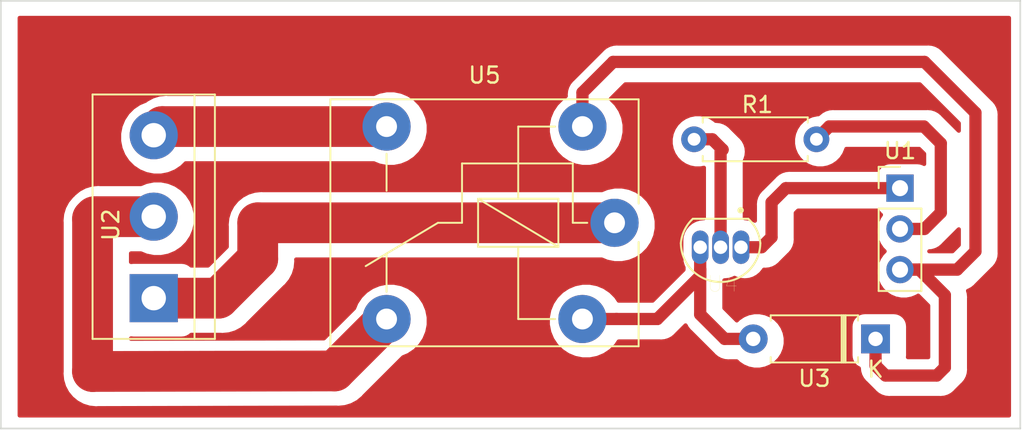
<source format=kicad_pcb>
(kicad_pcb (version 20171130) (host pcbnew "(5.1.5)-3")

  (general
    (thickness 1.6)
    (drawings 4)
    (tracks 49)
    (zones 0)
    (modules 6)
    (nets 9)
  )

  (page A4)
  (layers
    (0 F.Cu signal)
    (31 B.Cu signal hide)
    (32 B.Adhes user)
    (33 F.Adhes user)
    (34 B.Paste user)
    (35 F.Paste user)
    (36 B.SilkS user)
    (37 F.SilkS user)
    (38 B.Mask user)
    (39 F.Mask user)
    (40 Dwgs.User user)
    (41 Cmts.User user)
    (42 Eco1.User user)
    (43 Eco2.User user)
    (44 Edge.Cuts user)
    (45 Margin user)
    (46 B.CrtYd user)
    (47 F.CrtYd user)
    (48 B.Fab user)
    (49 F.Fab user)
  )

  (setup
    (last_trace_width 0.25)
    (user_trace_width 0.762)
    (user_trace_width 2.54)
    (trace_clearance 0.2)
    (zone_clearance 0.508)
    (zone_45_only no)
    (trace_min 0.2)
    (via_size 0.8)
    (via_drill 0.4)
    (via_min_size 0.4)
    (via_min_drill 0.3)
    (uvia_size 0.3)
    (uvia_drill 0.1)
    (uvias_allowed no)
    (uvia_min_size 0.2)
    (uvia_min_drill 0.1)
    (edge_width 0.05)
    (segment_width 0.2)
    (pcb_text_width 0.3)
    (pcb_text_size 1.5 1.5)
    (mod_edge_width 0.12)
    (mod_text_size 1 1)
    (mod_text_width 0.15)
    (pad_size 1.524 1.524)
    (pad_drill 0.762)
    (pad_to_mask_clearance 0.051)
    (solder_mask_min_width 0.25)
    (aux_axis_origin 0 0)
    (visible_elements 7FFFFFFF)
    (pcbplotparams
      (layerselection 0x00000_7fffffff)
      (usegerberextensions false)
      (usegerberattributes false)
      (usegerberadvancedattributes false)
      (creategerberjobfile false)
      (excludeedgelayer true)
      (linewidth 0.100000)
      (plotframeref false)
      (viasonmask false)
      (mode 1)
      (useauxorigin false)
      (hpglpennumber 1)
      (hpglpenspeed 20)
      (hpglpendiameter 15.000000)
      (psnegative false)
      (psa4output false)
      (plotreference true)
      (plotvalue true)
      (plotinvisibletext false)
      (padsonsilk false)
      (subtractmaskfromsilk false)
      (outputformat 4)
      (mirror true)
      (drillshape 2)
      (scaleselection 1)
      (outputdirectory "./"))
  )

  (net 0 "")
  (net 1 "Net-(R1-Pad2)")
  (net 2 "Net-(R1-Pad1)")
  (net 3 "Net-(U1-Pad3)")
  (net 4 "Net-(U1-Pad1)")
  (net 5 "Net-(U2-Pad3)")
  (net 6 "Net-(U2-Pad2)")
  (net 7 "Net-(U2-Pad1)")
  (net 8 "Net-(U3-Pad2)")

  (net_class Default "This is the default net class."
    (clearance 0.2)
    (trace_width 0.25)
    (via_dia 0.8)
    (via_drill 0.4)
    (uvia_dia 0.3)
    (uvia_drill 0.1)
    (add_net "Net-(R1-Pad1)")
    (add_net "Net-(R1-Pad2)")
    (add_net "Net-(U1-Pad1)")
    (add_net "Net-(U1-Pad3)")
    (add_net "Net-(U2-Pad1)")
    (add_net "Net-(U2-Pad2)")
    (add_net "Net-(U2-Pad3)")
    (add_net "Net-(U3-Pad2)")
  )

  (module Relay_THT:Relay_SPDT_Finder_36.11 (layer F.Cu) (tedit 5D3F5A07) (tstamp 5F245CEB)
    (at 127.127 101.473 180)
    (descr "FINDER 36.11, SPDT relay, 10A, https://gfinder.findernet.com/public/attachments/36/EN/S36EN.pdf")
    (tags "spdt relay")
    (path /5F24EC3E)
    (fp_text reference U5 (at 8.1 9.2) (layer F.SilkS)
      (effects (font (size 1 1) (thickness 0.15)))
    )
    (fp_text value YL303H (at 8 -9.6) (layer F.Fab)
      (effects (font (size 1 1) (thickness 0.15)))
    )
    (fp_line (start 8.5 1.5) (end 3.5 1.5) (layer F.SilkS) (width 0.12))
    (fp_line (start 8.5 -1.5) (end 8.5 1.5) (layer F.SilkS) (width 0.12))
    (fp_line (start 3.5 -1.5) (end 8.5 -1.5) (layer F.SilkS) (width 0.12))
    (fp_line (start 3.5 1.5) (end 3.5 -1.5) (layer F.SilkS) (width 0.12))
    (fp_line (start 8.5 1.5) (end 3.5 -1.5) (layer F.SilkS) (width 0.12))
    (fp_line (start 6 1.5) (end 6 6) (layer F.SilkS) (width 0.12))
    (fp_line (start 6 -6) (end 6 -1.5) (layer F.SilkS) (width 0.12))
    (fp_line (start 2.6 0) (end 2.6 3.7) (layer F.SilkS) (width 0.12))
    (fp_line (start 9.5 0) (end 9.5 3.7) (layer F.SilkS) (width 0.12))
    (fp_line (start 9.5 3.7) (end 2.6 3.7) (layer F.SilkS) (width 0.12))
    (fp_line (start 11 0) (end 15.5 -2.7) (layer F.SilkS) (width 0.12))
    (fp_line (start 9.5 0) (end 11 0) (layer F.SilkS) (width 0.12))
    (fp_line (start 6 -6) (end 3.7 -6) (layer F.SilkS) (width 0.12))
    (fp_line (start 2.6 0) (end 1.7 0) (layer F.SilkS) (width 0.12))
    (fp_line (start 3.7 6) (end 6 6) (layer F.SilkS) (width 0.12))
    (fp_line (start 14.2 -4.3) (end 14.2 -2) (layer F.SilkS) (width 0.12))
    (fp_line (start 14.2 4.3) (end 14.2 2) (layer F.SilkS) (width 0.12))
    (fp_line (start -1.75 7.85) (end 17.85 7.85) (layer F.CrtYd) (width 0.05))
    (fp_line (start 17.85 -7.85) (end 17.85 7.85) (layer F.CrtYd) (width 0.05))
    (fp_line (start -1.75 7.85) (end -1.75 -7.85) (layer F.CrtYd) (width 0.05))
    (fp_line (start 17.85 -7.85) (end -1.75 -7.85) (layer F.CrtYd) (width 0.05))
    (fp_text user %R (at 7.1 0.025) (layer F.Fab)
      (effects (font (size 1 1) (thickness 0.15)))
    )
    (fp_line (start -1.4 7.6) (end -1.4 -7.6) (layer F.Fab) (width 0.1))
    (fp_line (start 17.6 7.6) (end -1.4 7.6) (layer F.Fab) (width 0.1))
    (fp_line (start 17.6 -7.6) (end 17.6 7.6) (layer F.Fab) (width 0.1))
    (fp_line (start -1.4 -7.6) (end 17.6 -7.6) (layer F.Fab) (width 0.1))
    (fp_line (start 17.7 7.7) (end -1.5 7.7) (layer F.SilkS) (width 0.12))
    (fp_line (start 17.7 -7.7) (end 17.7 7.7) (layer F.SilkS) (width 0.12))
    (fp_line (start -1.5 -7.7) (end 17.7 -7.7) (layer F.SilkS) (width 0.12))
    (fp_line (start -1.5 -7.7) (end -1.5 -1.2) (layer F.SilkS) (width 0.12))
    (fp_line (start -1.5 1.2) (end -1.5 7.7) (layer F.SilkS) (width 0.12))
    (pad 11 thru_hole circle (at 0 0 180) (size 3 3) (drill 1.3) (layers *.Cu *.Mask)
      (net 7 "Net-(U2-Pad1)"))
    (pad A2 thru_hole circle (at 2 -6 180) (size 3 3) (drill 1.3) (layers *.Cu *.Mask)
      (net 8 "Net-(U3-Pad2)"))
    (pad 12 thru_hole circle (at 14.2 -6 180) (size 3 3) (drill 1.3) (layers *.Cu *.Mask)
      (net 6 "Net-(U2-Pad2)"))
    (pad 14 thru_hole circle (at 14.2 6 180) (size 3 3) (drill 1.3) (layers *.Cu *.Mask)
      (net 5 "Net-(U2-Pad3)"))
    (pad A1 thru_hole circle (at 2 6 180) (size 3 3) (drill 1.3) (layers *.Cu *.Mask)
      (net 3 "Net-(U1-Pad3)"))
    (model ${KISYS3DMOD}/Relay_THT.3dshapes/Relay_SPDT_Finder_36.11.wrl
      (at (xyz 0 0 0))
      (scale (xyz 1 1 1))
      (rotate (xyz 0 0 0))
    )
    (model E:/3dmodel/Relay.STEP
      (offset (xyz 8.153400000000001 0 -17.78))
      (scale (xyz 1 1 1))
      (rotate (xyz -90 0 0))
    )
  )

  (module 2N3904:2N3904 (layer F.Cu) (tedit 5F23EEA8) (tstamp 5F245CC3)
    (at 133.731 102.997 180)
    (path /5F2452DA)
    (fp_text reference U4 (at -0.127 -2.286) (layer F.SilkS)
      (effects (font (size 1 1) (thickness 0.015)))
    )
    (fp_text value 2N3904 (at 0.127 3.429) (layer F.Fab)
      (effects (font (size 1 1) (thickness 0.015)))
    )
    (fp_line (start -2.725 0.255) (end -2.725 2.025) (layer F.CrtYd) (width 0.05))
    (fp_line (start -2.725 2.025) (end 2.725 2.025) (layer F.CrtYd) (width 0.05))
    (fp_line (start 2.725 2.025) (end 2.725 0.255) (layer F.CrtYd) (width 0.05))
    (fp_circle (center -1.25 2.305) (end -1.15 2.305) (layer F.SilkS) (width 0.2))
    (fp_circle (center -1.25 2.305) (end -1.15 2.305) (layer F.Fab) (width 0.2))
    (fp_line (start -1.725 1.775) (end 1.725 1.775) (layer F.SilkS) (width 0.127))
    (fp_arc (start -0.115631 0.03587) (end -2.475 0.255) (angle -41.913) (layer F.SilkS) (width 0.127))
    (fp_arc (start -0.0275 0.2825) (end 0 -2.165) (angle -90) (layer F.SilkS) (width 0.127))
    (fp_arc (start 0.0275 0.2825) (end 2.475 0.255) (angle -90) (layer F.SilkS) (width 0.127))
    (fp_arc (start 0.115631 0.03587) (end 2.475 0.255) (angle 41.913) (layer F.SilkS) (width 0.127))
    (fp_line (start -1.725 1.775) (end 1.725 1.775) (layer F.Fab) (width 0.127))
    (fp_arc (start -0.115631 0.03587) (end -2.475 0.255) (angle -41.913) (layer F.Fab) (width 0.127))
    (fp_arc (start -0.0275 0.2825) (end 0 -2.165) (angle -90) (layer F.Fab) (width 0.127))
    (fp_arc (start 0.0275 0.2825) (end 2.475 0.255) (angle -90) (layer F.Fab) (width 0.127))
    (fp_arc (start 0.115631 0.03587) (end 2.475 0.255) (angle 41.913) (layer F.Fab) (width 0.127))
    (fp_arc (start -0.0275 0.2825) (end 0 -2.415) (angle -90) (layer F.CrtYd) (width 0.05))
    (fp_arc (start 0.0275 0.2825) (end 0 -2.415) (angle 90) (layer F.CrtYd) (width 0.05))
    (pad 1 thru_hole oval (at -1.27 0 180) (size 1.04 2.08) (drill 0.84) (layers *.Cu *.Mask)
      (net 4 "Net-(U1-Pad1)"))
    (pad 2 thru_hole oval (at 0 0 180) (size 1.04 2.08) (drill 0.84) (layers *.Cu *.Mask)
      (net 2 "Net-(R1-Pad1)"))
    (pad 3 thru_hole oval (at 1.27 0 180) (size 1.04 2.08) (drill 0.84) (layers *.Cu *.Mask)
      (net 8 "Net-(U3-Pad2)"))
    (model E:/3dmodel/NPN_2N3904.stp
      (offset (xyz 0.0254 -1.8034 -7.62))
      (scale (xyz 1 1 1))
      (rotate (xyz 0 0 0))
    )
  )

  (module Diode_THT:D_A-405_P7.62mm_Horizontal (layer F.Cu) (tedit 5AE50CD5) (tstamp 5F245CAB)
    (at 143.383 108.712 180)
    (descr "Diode, A-405 series, Axial, Horizontal, pin pitch=7.62mm, , length*diameter=5.2*2.7mm^2, , http://www.diodes.com/_files/packages/A-405.pdf")
    (tags "Diode A-405 series Axial Horizontal pin pitch 7.62mm  length 5.2mm diameter 2.7mm")
    (path /5F24B7E6)
    (fp_text reference U3 (at 3.81 -2.47) (layer F.SilkS)
      (effects (font (size 1 1) (thickness 0.15)))
    )
    (fp_text value DIODE (at 3.81 2.47) (layer F.Fab)
      (effects (font (size 1 1) (thickness 0.15)))
    )
    (fp_text user K (at 0 -1.9) (layer F.SilkS)
      (effects (font (size 1 1) (thickness 0.15)))
    )
    (fp_text user K (at 0 -1.9) (layer F.Fab)
      (effects (font (size 1 1) (thickness 0.15)))
    )
    (fp_text user %R (at 4.2 0) (layer F.Fab)
      (effects (font (size 1 1) (thickness 0.15)))
    )
    (fp_line (start 8.77 -1.6) (end -1.15 -1.6) (layer F.CrtYd) (width 0.05))
    (fp_line (start 8.77 1.6) (end 8.77 -1.6) (layer F.CrtYd) (width 0.05))
    (fp_line (start -1.15 1.6) (end 8.77 1.6) (layer F.CrtYd) (width 0.05))
    (fp_line (start -1.15 -1.6) (end -1.15 1.6) (layer F.CrtYd) (width 0.05))
    (fp_line (start 1.87 -1.47) (end 1.87 1.47) (layer F.SilkS) (width 0.12))
    (fp_line (start 2.11 -1.47) (end 2.11 1.47) (layer F.SilkS) (width 0.12))
    (fp_line (start 1.99 -1.47) (end 1.99 1.47) (layer F.SilkS) (width 0.12))
    (fp_line (start 6.53 1.47) (end 6.53 1.14) (layer F.SilkS) (width 0.12))
    (fp_line (start 1.09 1.47) (end 6.53 1.47) (layer F.SilkS) (width 0.12))
    (fp_line (start 1.09 1.14) (end 1.09 1.47) (layer F.SilkS) (width 0.12))
    (fp_line (start 6.53 -1.47) (end 6.53 -1.14) (layer F.SilkS) (width 0.12))
    (fp_line (start 1.09 -1.47) (end 6.53 -1.47) (layer F.SilkS) (width 0.12))
    (fp_line (start 1.09 -1.14) (end 1.09 -1.47) (layer F.SilkS) (width 0.12))
    (fp_line (start 1.89 -1.35) (end 1.89 1.35) (layer F.Fab) (width 0.1))
    (fp_line (start 2.09 -1.35) (end 2.09 1.35) (layer F.Fab) (width 0.1))
    (fp_line (start 1.99 -1.35) (end 1.99 1.35) (layer F.Fab) (width 0.1))
    (fp_line (start 7.62 0) (end 6.41 0) (layer F.Fab) (width 0.1))
    (fp_line (start 0 0) (end 1.21 0) (layer F.Fab) (width 0.1))
    (fp_line (start 6.41 -1.35) (end 1.21 -1.35) (layer F.Fab) (width 0.1))
    (fp_line (start 6.41 1.35) (end 6.41 -1.35) (layer F.Fab) (width 0.1))
    (fp_line (start 1.21 1.35) (end 6.41 1.35) (layer F.Fab) (width 0.1))
    (fp_line (start 1.21 -1.35) (end 1.21 1.35) (layer F.Fab) (width 0.1))
    (pad 2 thru_hole oval (at 7.62 0 180) (size 1.8 1.8) (drill 0.9) (layers *.Cu *.Mask)
      (net 8 "Net-(U3-Pad2)"))
    (pad 1 thru_hole rect (at 0 0 180) (size 1.8 1.8) (drill 0.9) (layers *.Cu *.Mask)
      (net 3 "Net-(U1-Pad3)"))
    (model ${KISYS3DMOD}/Diode_THT.3dshapes/D_A-405_P7.62mm_Horizontal.wrl
      (offset (xyz 0 0 -1.3208))
      (scale (xyz 1 1 1))
      (rotate (xyz 180 0 0))
    )
  )

  (module TerminalBlock:TerminalBlock_bornier-3_P5.08mm (layer F.Cu) (tedit 59FF03B9) (tstamp 5F245C8C)
    (at 98.425 106.172 90)
    (descr "simple 3-pin terminal block, pitch 5.08mm, revamped version of bornier3")
    (tags "terminal block bornier3")
    (path /5F2367B1)
    (fp_text reference U2 (at 4.572 -2.667 90) (layer F.SilkS)
      (effects (font (size 1 1) (thickness 0.15)))
    )
    (fp_text value OUTPUT_BLOCK (at 5.715 2.921 90) (layer F.Fab)
      (effects (font (size 1 1) (thickness 0.15)))
    )
    (fp_line (start 12.88 4) (end -2.72 4) (layer F.CrtYd) (width 0.05))
    (fp_line (start 12.88 4) (end 12.88 -4) (layer F.CrtYd) (width 0.05))
    (fp_line (start -2.72 -4) (end -2.72 4) (layer F.CrtYd) (width 0.05))
    (fp_line (start -2.72 -4) (end 12.88 -4) (layer F.CrtYd) (width 0.05))
    (fp_line (start -2.54 3.81) (end 12.7 3.81) (layer F.SilkS) (width 0.12))
    (fp_line (start -2.54 -3.81) (end 12.7 -3.81) (layer F.SilkS) (width 0.12))
    (fp_line (start -2.54 2.54) (end 12.7 2.54) (layer F.SilkS) (width 0.12))
    (fp_line (start 12.7 3.81) (end 12.7 -3.81) (layer F.SilkS) (width 0.12))
    (fp_line (start -2.54 3.81) (end -2.54 -3.81) (layer F.SilkS) (width 0.12))
    (fp_line (start -2.47 3.75) (end -2.47 -3.75) (layer F.Fab) (width 0.1))
    (fp_line (start 12.63 3.75) (end -2.47 3.75) (layer F.Fab) (width 0.1))
    (fp_line (start 12.63 -3.75) (end 12.63 3.75) (layer F.Fab) (width 0.1))
    (fp_line (start -2.47 -3.75) (end 12.63 -3.75) (layer F.Fab) (width 0.1))
    (fp_line (start -2.47 2.55) (end 12.63 2.55) (layer F.Fab) (width 0.1))
    (fp_text user %R (at 5.08 0 90) (layer F.Fab)
      (effects (font (size 1 1) (thickness 0.15)))
    )
    (pad 3 thru_hole circle (at 10.16 0 90) (size 3 3) (drill 1.52) (layers *.Cu *.Mask)
      (net 5 "Net-(U2-Pad3)"))
    (pad 2 thru_hole circle (at 5.08 0 90) (size 3 3) (drill 1.52) (layers *.Cu *.Mask)
      (net 6 "Net-(U2-Pad2)"))
    (pad 1 thru_hole rect (at 0 0 90) (size 3 3) (drill 1.52) (layers *.Cu *.Mask)
      (net 7 "Net-(U2-Pad1)"))
    (model ${KISYS3DMOD}/TerminalBlock.3dshapes/TerminalBlock_bornier-3_P5.08mm.wrl
      (offset (xyz 5.079999923706055 0 0))
      (scale (xyz 1 1 1))
      (rotate (xyz 0 0 0))
    )
    (model "E:/3dmodel/TBLOCK-3PIN-5mm pitch.STEP"
      (offset (xyz 4.419599999999999 -2.6924 -5.969))
      (scale (xyz 1 1 1))
      (rotate (xyz 90 0 -90))
    )
  )

  (module Connector_PinHeader_2.54mm:PinHeader_1x03_P2.54mm_Vertical (layer F.Cu) (tedit 59FED5CC) (tstamp 5F245C76)
    (at 144.907 99.314)
    (descr "Through hole straight pin header, 1x03, 2.54mm pitch, single row")
    (tags "Through hole pin header THT 1x03 2.54mm single row")
    (path /5F24996D)
    (fp_text reference U1 (at 0 -2.33) (layer F.SilkS)
      (effects (font (size 1 1) (thickness 0.15)))
    )
    (fp_text value INPUT_BLOCK (at 0 7.41) (layer F.Fab)
      (effects (font (size 1 1) (thickness 0.15)))
    )
    (fp_text user %R (at 0 2.54 90) (layer F.Fab)
      (effects (font (size 1 1) (thickness 0.15)))
    )
    (fp_line (start 1.8 -1.8) (end -1.8 -1.8) (layer F.CrtYd) (width 0.05))
    (fp_line (start 1.8 6.85) (end 1.8 -1.8) (layer F.CrtYd) (width 0.05))
    (fp_line (start -1.8 6.85) (end 1.8 6.85) (layer F.CrtYd) (width 0.05))
    (fp_line (start -1.8 -1.8) (end -1.8 6.85) (layer F.CrtYd) (width 0.05))
    (fp_line (start -1.33 -1.33) (end 0 -1.33) (layer F.SilkS) (width 0.12))
    (fp_line (start -1.33 0) (end -1.33 -1.33) (layer F.SilkS) (width 0.12))
    (fp_line (start -1.33 1.27) (end 1.33 1.27) (layer F.SilkS) (width 0.12))
    (fp_line (start 1.33 1.27) (end 1.33 6.41) (layer F.SilkS) (width 0.12))
    (fp_line (start -1.33 1.27) (end -1.33 6.41) (layer F.SilkS) (width 0.12))
    (fp_line (start -1.33 6.41) (end 1.33 6.41) (layer F.SilkS) (width 0.12))
    (fp_line (start -1.27 -0.635) (end -0.635 -1.27) (layer F.Fab) (width 0.1))
    (fp_line (start -1.27 6.35) (end -1.27 -0.635) (layer F.Fab) (width 0.1))
    (fp_line (start 1.27 6.35) (end -1.27 6.35) (layer F.Fab) (width 0.1))
    (fp_line (start 1.27 -1.27) (end 1.27 6.35) (layer F.Fab) (width 0.1))
    (fp_line (start -0.635 -1.27) (end 1.27 -1.27) (layer F.Fab) (width 0.1))
    (pad 3 thru_hole oval (at 0 5.08) (size 1.7 1.7) (drill 1) (layers *.Cu *.Mask)
      (net 3 "Net-(U1-Pad3)"))
    (pad 2 thru_hole oval (at 0 2.54) (size 1.7 1.7) (drill 1) (layers *.Cu *.Mask)
      (net 1 "Net-(R1-Pad2)"))
    (pad 1 thru_hole rect (at 0 0) (size 1.7 1.7) (drill 1) (layers *.Cu *.Mask)
      (net 4 "Net-(U1-Pad1)"))
    (model ${KISYS3DMOD}/Connector_PinHeader_2.54mm.3dshapes/PinHeader_1x03_P2.54mm_Vertical.wrl
      (offset (xyz 0 0 -1.778))
      (scale (xyz 1 1 1))
      (rotate (xyz 0 180 0))
    )
  )

  (module Resistor_THT:R_Axial_DIN0207_L6.3mm_D2.5mm_P7.62mm_Horizontal (layer F.Cu) (tedit 5AE5139B) (tstamp 5F245C5F)
    (at 132.08 96.266)
    (descr "Resistor, Axial_DIN0207 series, Axial, Horizontal, pin pitch=7.62mm, 0.25W = 1/4W, length*diameter=6.3*2.5mm^2, http://cdn-reichelt.de/documents/datenblatt/B400/1_4W%23YAG.pdf")
    (tags "Resistor Axial_DIN0207 series Axial Horizontal pin pitch 7.62mm 0.25W = 1/4W length 6.3mm diameter 2.5mm")
    (path /5F2241A4)
    (fp_text reference R1 (at 3.937 -2.159) (layer F.SilkS)
      (effects (font (size 1 1) (thickness 0.15)))
    )
    (fp_text value 1k (at 3.81 2.37) (layer F.Fab)
      (effects (font (size 1 1) (thickness 0.15)))
    )
    (fp_text user %R (at 3.81 0) (layer F.Fab)
      (effects (font (size 1 1) (thickness 0.15)))
    )
    (fp_line (start 8.67 -1.5) (end -1.05 -1.5) (layer F.CrtYd) (width 0.05))
    (fp_line (start 8.67 1.5) (end 8.67 -1.5) (layer F.CrtYd) (width 0.05))
    (fp_line (start -1.05 1.5) (end 8.67 1.5) (layer F.CrtYd) (width 0.05))
    (fp_line (start -1.05 -1.5) (end -1.05 1.5) (layer F.CrtYd) (width 0.05))
    (fp_line (start 7.08 1.37) (end 7.08 1.04) (layer F.SilkS) (width 0.12))
    (fp_line (start 0.54 1.37) (end 7.08 1.37) (layer F.SilkS) (width 0.12))
    (fp_line (start 0.54 1.04) (end 0.54 1.37) (layer F.SilkS) (width 0.12))
    (fp_line (start 7.08 -1.37) (end 7.08 -1.04) (layer F.SilkS) (width 0.12))
    (fp_line (start 0.54 -1.37) (end 7.08 -1.37) (layer F.SilkS) (width 0.12))
    (fp_line (start 0.54 -1.04) (end 0.54 -1.37) (layer F.SilkS) (width 0.12))
    (fp_line (start 7.62 0) (end 6.96 0) (layer F.Fab) (width 0.1))
    (fp_line (start 0 0) (end 0.66 0) (layer F.Fab) (width 0.1))
    (fp_line (start 6.96 -1.25) (end 0.66 -1.25) (layer F.Fab) (width 0.1))
    (fp_line (start 6.96 1.25) (end 6.96 -1.25) (layer F.Fab) (width 0.1))
    (fp_line (start 0.66 1.25) (end 6.96 1.25) (layer F.Fab) (width 0.1))
    (fp_line (start 0.66 -1.25) (end 0.66 1.25) (layer F.Fab) (width 0.1))
    (pad 2 thru_hole oval (at 7.62 0) (size 1.6 1.6) (drill 0.8) (layers *.Cu *.Mask)
      (net 1 "Net-(R1-Pad2)"))
    (pad 1 thru_hole circle (at 0 0) (size 1.6 1.6) (drill 0.8) (layers *.Cu *.Mask)
      (net 2 "Net-(R1-Pad1)"))
    (model ${KISYS3DMOD}/Resistor_THT.3dshapes/R_Axial_DIN0207_L6.3mm_D2.5mm_P7.62mm_Horizontal.wrl
      (offset (xyz 0 0 -1.778))
      (scale (xyz 1 1 1))
      (rotate (xyz -180 0 0))
    )
  )

  (gr_line (start 88.9 87.63) (end 152.4 87.63) (layer Edge.Cuts) (width 0.1))
  (gr_line (start 152.4 87.63) (end 152.4 114.3) (layer Edge.Cuts) (width 0.1))
  (gr_line (start 88.9 114.3) (end 88.9 87.63) (layer Edge.Cuts) (width 0.1))
  (gr_line (start 152.4 114.3) (end 88.9 114.3) (layer Edge.Cuts) (width 0.1))

  (segment (start 140.499999 95.466001) (end 146.393001 95.466001) (width 0.762) (layer F.Cu) (net 1))
  (segment (start 139.7 96.266) (end 140.499999 95.466001) (width 0.762) (layer F.Cu) (net 1))
  (segment (start 146.393001 95.466001) (end 147.447 96.52) (width 0.762) (layer F.Cu) (net 1))
  (segment (start 147.447 96.52) (end 147.447 100.838) (width 0.762) (layer F.Cu) (net 1))
  (segment (start 146.431 101.854) (end 144.907 101.854) (width 0.762) (layer F.Cu) (net 1))
  (segment (start 147.447 100.838) (end 146.431 101.854) (width 0.762) (layer F.Cu) (net 1))
  (segment (start 133.21137 96.266) (end 133.858 96.91263) (width 0.762) (layer F.Cu) (net 2))
  (segment (start 132.08 96.266) (end 133.21137 96.266) (width 0.762) (layer F.Cu) (net 2))
  (segment (start 133.731 97.03963) (end 133.731 102.997) (width 0.762) (layer F.Cu) (net 2))
  (segment (start 133.858 96.91263) (end 133.731 97.03963) (width 0.762) (layer F.Cu) (net 2))
  (segment (start 143.383 110.374) (end 143.383 108.712) (width 0.762) (layer F.Cu) (net 3))
  (segment (start 144.007 110.998) (end 143.383 110.374) (width 0.762) (layer F.Cu) (net 3))
  (segment (start 144.907 104.394) (end 146.109081 104.394) (width 0.762) (layer F.Cu) (net 3))
  (segment (start 147.701 110.49) (end 147.193 110.998) (width 0.762) (layer F.Cu) (net 3))
  (segment (start 146.109081 104.394) (end 147.701 105.985919) (width 0.762) (layer F.Cu) (net 3))
  (segment (start 147.701 105.985919) (end 147.701 110.49) (width 0.762) (layer F.Cu) (net 3))
  (segment (start 147.193 110.998) (end 144.007 110.998) (width 0.762) (layer F.Cu) (net 3))
  (segment (start 148.463 104.394) (end 144.907 104.394) (width 0.762) (layer F.Cu) (net 3))
  (segment (start 149.606 103.251) (end 148.463 104.394) (width 0.762) (layer F.Cu) (net 3))
  (segment (start 125.127 93.35168) (end 127.03868 91.44) (width 0.762) (layer F.Cu) (net 3))
  (segment (start 149.606 94.615) (end 149.606 103.251) (width 0.762) (layer F.Cu) (net 3))
  (segment (start 125.127 95.473) (end 125.127 93.35168) (width 0.762) (layer F.Cu) (net 3))
  (segment (start 127.03868 91.44) (end 146.431 91.44) (width 0.762) (layer F.Cu) (net 3))
  (segment (start 146.431 91.44) (end 149.606 94.615) (width 0.762) (layer F.Cu) (net 3))
  (segment (start 136.283 102.997) (end 136.906 102.374) (width 0.762) (layer F.Cu) (net 4))
  (segment (start 135.001 102.997) (end 136.283 102.997) (width 0.762) (layer F.Cu) (net 4))
  (segment (start 136.906 102.374) (end 136.906 100.203) (width 0.762) (layer F.Cu) (net 4))
  (segment (start 137.795 99.314) (end 144.907 99.314) (width 0.762) (layer F.Cu) (net 4))
  (segment (start 136.906 100.203) (end 137.795 99.314) (width 0.762) (layer F.Cu) (net 4))
  (segment (start 98.964 95.473) (end 98.425 96.012) (width 2.54) (layer F.Cu) (net 5))
  (segment (start 112.927 95.473) (end 98.964 95.473) (width 2.54) (layer F.Cu) (net 5))
  (segment (start 98.425 101.092) (end 94.742 101.092) (width 2.54) (layer F.Cu) (net 6))
  (segment (start 94.615 110.744) (end 94.615086 110.744087) (width 2.54) (layer F.Cu) (net 6))
  (segment (start 94.742 101.092) (end 94.615 101.219) (width 2.54) (layer F.Cu) (net 6))
  (segment (start 94.615 101.219) (end 94.615 110.744) (width 2.54) (layer F.Cu) (net 6))
  (segment (start 109.688969 110.711031) (end 112.927 107.473) (width 2.54) (layer F.Cu) (net 6))
  (segment (start 94.615086 110.744087) (end 109.688969 110.711031) (width 2.54) (layer F.Cu) (net 6))
  (segment (start 127.127 101.473) (end 104.902 101.473) (width 2.54) (layer F.Cu) (net 7))
  (segment (start 102.465 106.172) (end 98.425 106.172) (width 2.54) (layer F.Cu) (net 7))
  (segment (start 104.902 103.735) (end 102.465 106.172) (width 2.54) (layer F.Cu) (net 7))
  (segment (start 104.902 101.473) (end 104.902 103.735) (width 2.54) (layer F.Cu) (net 7))
  (segment (start 127.24832 107.473) (end 125.127 107.473) (width 0.762) (layer F.Cu) (net 8))
  (segment (start 129.787 107.473) (end 127.24832 107.473) (width 0.762) (layer F.Cu) (net 8))
  (segment (start 132.461 104.799) (end 129.787 107.473) (width 0.762) (layer F.Cu) (net 8))
  (segment (start 132.461 104.394) (end 132.461 107.188) (width 0.762) (layer F.Cu) (net 8))
  (segment (start 132.461 104.394) (end 132.461 104.799) (width 0.762) (layer F.Cu) (net 8))
  (segment (start 132.461 102.997) (end 132.461 104.394) (width 0.762) (layer F.Cu) (net 8))
  (segment (start 133.985 108.712) (end 135.763 108.712) (width 0.762) (layer F.Cu) (net 8))
  (segment (start 132.461 107.188) (end 133.985 108.712) (width 0.762) (layer F.Cu) (net 8))

  (zone (net 0) (net_name "") (layer F.Cu) (tstamp 5F246D3B) (hatch edge 0.508)
    (connect_pads (clearance 0.762))
    (min_thickness 0.254)
    (fill yes (arc_segments 32) (thermal_gap 0.762) (thermal_bridge_width 0.508))
    (polygon
      (pts
        (xy 152.634693 114.427) (xy 89.134693 114.427) (xy 89.134693 87.757) (xy 152.634693 87.757)
      )
    )
    (filled_polygon
      (pts
        (xy 151.695694 113.488) (xy 90.073693 113.488) (xy 90.073693 101.346) (xy 92.680247 101.346) (xy 92.690693 101.452058)
        (xy 92.690694 110.758683) (xy 92.680284 110.858461) (xy 92.681132 110.86761) (xy 92.680339 110.875844) (xy 92.697896 111.050182)
        (xy 92.700476 111.076379) (xy 92.719522 111.281931) (xy 92.721316 111.287969) (xy 92.721933 111.294238) (xy 92.722742 111.296905)
        (xy 92.722952 111.29899) (xy 92.776863 111.475318) (xy 92.781842 111.49173) (xy 92.840621 111.689611) (xy 92.843559 111.695185)
        (xy 92.845387 111.701211) (xy 92.846652 111.703577) (xy 92.847298 111.705691) (xy 92.939338 111.87698) (xy 92.942633 111.883146)
        (xy 93.038928 112.065833) (xy 93.042899 112.070729) (xy 93.045866 112.07628) (xy 93.047496 112.078266) (xy 93.048599 112.080319)
        (xy 93.177402 112.236567) (xy 93.239689 112.313364) (xy 93.244087 112.317813) (xy 93.315664 112.40503) (xy 93.317554 112.406581)
        (xy 93.319117 112.408477) (xy 93.477111 112.53756) (xy 93.634093 112.667918) (xy 93.639691 112.670952) (xy 93.644414 112.674828)
        (xy 93.646464 112.675924) (xy 93.648458 112.677553) (xy 93.828542 112.773303) (xy 94.007996 112.870561) (xy 94.014196 112.872481)
        (xy 94.019483 112.875307) (xy 94.021592 112.875947) (xy 94.023966 112.877209) (xy 94.219377 112.936019) (xy 94.41425 112.996365)
        (xy 94.420816 112.99705) (xy 94.426456 112.998761) (xy 94.428533 112.998966) (xy 94.431209 112.999771) (xy 94.634386 113.019332)
        (xy 94.837239 113.040496) (xy 94.843918 113.039877) (xy 94.849693 113.040446) (xy 94.957214 113.029856) (xy 109.819963 112.997263)
        (xy 109.923662 113.007477) (xy 110.032084 112.996798) (xy 110.034457 112.996793) (xy 110.13769 112.986397) (xy 110.346899 112.965791)
        (xy 110.349185 112.965098) (xy 110.351564 112.964858) (xy 110.552768 112.903342) (xy 110.753873 112.842337) (xy 110.755979 112.841211)
        (xy 110.758266 112.840512) (xy 110.943461 112.741) (xy 111.128941 112.641859) (xy 111.13079 112.640342) (xy 111.132894 112.639211)
        (xy 111.29515 112.505454) (xy 111.375309 112.43967) (xy 111.376986 112.437993) (xy 111.461052 112.368693) (xy 111.52698 112.287999)
        (xy 113.959684 109.855296) (xy 114.293309 109.717104) (xy 114.684592 109.455657) (xy 115.01735 109.122899) (xy 115.278797 108.731616)
        (xy 115.458885 108.296845) (xy 115.550693 107.835296) (xy 115.550693 107.364704) (xy 115.458885 106.903155) (xy 115.278797 106.468384)
        (xy 115.01735 106.077101) (xy 114.684592 105.744343) (xy 114.293309 105.482896) (xy 113.858538 105.302808) (xy 113.396989 105.211)
        (xy 112.926397 105.211) (xy 112.464848 105.302808) (xy 112.030077 105.482896) (xy 111.638794 105.744343) (xy 111.306036 106.077101)
        (xy 111.044589 106.468384) (xy 110.906397 106.802009) (xy 109.027415 108.680992) (xy 97.008693 108.707348) (xy 97.008693 108.677428)
        (xy 97.159693 108.692301) (xy 100.159693 108.692301) (xy 100.333967 108.675136) (xy 100.501544 108.624303) (xy 100.655984 108.541753)
        (xy 100.758037 108.458) (xy 102.593635 108.458) (xy 102.699693 108.468446) (xy 102.805751 108.458) (xy 102.805754 108.458)
        (xy 103.122931 108.426761) (xy 103.529904 108.303307) (xy 103.904973 108.102828) (xy 104.233723 107.83303) (xy 104.301337 107.750642)
        (xy 106.58834 105.46364) (xy 106.670723 105.39603) (xy 106.822573 105.211) (xy 106.940521 105.067281) (xy 107.08392 104.799)
        (xy 107.141 104.692211) (xy 107.264454 104.285238) (xy 107.295693 103.968061) (xy 107.295693 103.968051) (xy 107.306138 103.862001)
        (xy 107.295993 103.759) (xy 126.331223 103.759) (xy 126.664848 103.897192) (xy 127.126397 103.989) (xy 127.596989 103.989)
        (xy 128.058538 103.897192) (xy 128.493309 103.717104) (xy 128.884592 103.455657) (xy 129.21735 103.122899) (xy 129.478797 102.731616)
        (xy 129.658885 102.296845) (xy 129.750693 101.835296) (xy 129.750693 101.364704) (xy 129.658885 100.903155) (xy 129.478797 100.468384)
        (xy 129.21735 100.077101) (xy 128.884592 99.744343) (xy 128.493309 99.482896) (xy 128.058538 99.302808) (xy 127.596989 99.211)
        (xy 127.126397 99.211) (xy 126.664848 99.302808) (xy 126.331223 99.441) (xy 105.242754 99.441) (xy 105.136693 99.430554)
        (xy 105.030632 99.441) (xy 104.713455 99.472239) (xy 104.306482 99.595693) (xy 103.931413 99.796172) (xy 103.602663 100.06597)
        (xy 103.332865 100.39472) (xy 103.132386 100.769789) (xy 103.008932 101.176762) (xy 102.967247 101.6) (xy 102.977693 101.706061)
        (xy 102.977693 102.967713) (xy 101.805407 104.14) (xy 100.758037 104.14) (xy 100.655984 104.056247) (xy 100.501544 103.973697)
        (xy 100.333967 103.922864) (xy 100.159693 103.905699) (xy 97.159693 103.905699) (xy 97.008693 103.920572) (xy 97.008693 103.378)
        (xy 97.629223 103.378) (xy 97.962848 103.516192) (xy 98.424397 103.608) (xy 98.894989 103.608) (xy 99.356538 103.516192)
        (xy 99.791309 103.336104) (xy 100.182592 103.074657) (xy 100.51535 102.741899) (xy 100.776797 102.350616) (xy 100.956885 101.915845)
        (xy 101.048693 101.454296) (xy 101.048693 100.983704) (xy 100.956885 100.522155) (xy 100.776797 100.087384) (xy 100.51535 99.696101)
        (xy 100.182592 99.363343) (xy 99.791309 99.101896) (xy 99.356538 98.921808) (xy 98.894989 98.83) (xy 98.424397 98.83)
        (xy 97.962848 98.921808) (xy 97.629223 99.06) (xy 95.082743 99.06) (xy 94.976692 99.049555) (xy 94.870642 99.06)
        (xy 94.870632 99.06) (xy 94.553455 99.091239) (xy 94.146482 99.214693) (xy 93.771413 99.415172) (xy 93.442663 99.68497)
        (xy 93.385417 99.754724) (xy 93.315663 99.81197) (xy 93.045865 100.14072) (xy 92.845386 100.51579) (xy 92.721932 100.922763)
        (xy 92.692179 101.224857) (xy 92.680247 101.346) (xy 90.073693 101.346) (xy 90.073693 95.903704) (xy 96.270693 95.903704)
        (xy 96.270693 96.374296) (xy 96.362501 96.835845) (xy 96.542589 97.270616) (xy 96.804036 97.661899) (xy 97.136794 97.994657)
        (xy 97.528077 98.256104) (xy 97.962848 98.436192) (xy 98.424397 98.528) (xy 98.894989 98.528) (xy 99.356538 98.436192)
        (xy 99.791309 98.256104) (xy 100.182592 97.994657) (xy 100.418249 97.759) (xy 112.131223 97.759) (xy 112.464848 97.897192)
        (xy 112.926397 97.989) (xy 113.396989 97.989) (xy 113.858538 97.897192) (xy 114.293309 97.717104) (xy 114.684592 97.455657)
        (xy 115.01735 97.122899) (xy 115.278797 96.731616) (xy 115.458885 96.296845) (xy 115.550693 95.835296) (xy 115.550693 95.364704)
        (xy 122.972693 95.364704) (xy 122.972693 95.835296) (xy 123.064501 96.296845) (xy 123.244589 96.731616) (xy 123.506036 97.122899)
        (xy 123.838794 97.455657) (xy 124.230077 97.717104) (xy 124.664848 97.897192) (xy 125.126397 97.989) (xy 125.596989 97.989)
        (xy 126.058538 97.897192) (xy 126.493309 97.717104) (xy 126.884592 97.455657) (xy 127.21735 97.122899) (xy 127.478797 96.731616)
        (xy 127.658885 96.296845) (xy 127.750693 95.835296) (xy 127.750693 95.364704) (xy 127.658885 94.903155) (xy 127.478797 94.468384)
        (xy 127.21735 94.077101) (xy 126.888336 93.748087) (xy 127.799425 92.837) (xy 146.139643 92.837) (xy 148.570693 95.268051)
        (xy 148.570693 95.733658) (xy 148.535613 95.704868) (xy 147.569835 94.739091) (xy 147.530064 94.690631) (xy 147.336682 94.531926)
        (xy 147.116053 94.413998) (xy 146.876657 94.341378) (xy 146.690074 94.323001) (xy 146.690067 94.323001) (xy 146.627694 94.316858)
        (xy 146.565321 94.323001) (xy 140.797064 94.323001) (xy 140.734691 94.316858) (xy 140.672318 94.323001) (xy 140.672312 94.323001)
        (xy 140.511447 94.338845) (xy 140.485728 94.341378) (xy 140.413108 94.363407) (xy 140.246333 94.413998) (xy 140.025704 94.531926)
        (xy 139.832322 94.690631) (xy 139.82135 94.704) (xy 139.768341 94.704) (xy 139.44203 94.768908) (xy 139.134652 94.896228)
        (xy 138.858018 95.081068) (xy 138.622761 95.316325) (xy 138.437921 95.592959) (xy 138.310601 95.900337) (xy 138.245693 96.226648)
        (xy 138.245693 96.559352) (xy 138.310601 96.885663) (xy 138.437921 97.193041) (xy 138.622761 97.469675) (xy 138.858018 97.704932)
        (xy 139.134652 97.889772) (xy 139.44203 98.017092) (xy 139.768341 98.082) (xy 140.101045 98.082) (xy 140.427356 98.017092)
        (xy 140.734734 97.889772) (xy 141.011368 97.704932) (xy 141.246625 97.469675) (xy 141.431465 97.193041) (xy 141.558785 96.885663)
        (xy 141.563293 96.863001) (xy 146.101643 96.863001) (xy 146.411693 97.173051) (xy 146.411693 97.807469) (xy 146.333544 97.765697)
        (xy 146.165967 97.714864) (xy 145.991693 97.697699) (xy 144.291693 97.697699) (xy 144.117419 97.714864) (xy 143.949842 97.765697)
        (xy 143.795402 97.848247) (xy 143.660034 97.959341) (xy 143.54894 98.094709) (xy 143.508162 98.171) (xy 138.092066 98.171)
        (xy 138.029693 98.164857) (xy 137.96732 98.171) (xy 137.967313 98.171) (xy 137.80404 98.187081) (xy 137.780729 98.189377)
        (xy 137.583688 98.249149) (xy 137.541334 98.261997) (xy 137.320705 98.379925) (xy 137.252144 98.436192) (xy 137.175776 98.498865)
        (xy 137.175773 98.498868) (xy 137.127323 98.53863) (xy 137.08756 98.587081) (xy 136.286779 99.387864) (xy 136.238324 99.42763)
        (xy 136.079619 99.621012) (xy 136.030249 99.713377) (xy 135.961691 99.841641) (xy 135.88907 100.081037) (xy 135.86455 100.33)
        (xy 135.870694 100.392382) (xy 135.870694 101.345767) (xy 135.777503 101.295956) (xy 135.511905 101.215388) (xy 135.235693 101.188183)
        (xy 135.235693 97.595345) (xy 135.271696 97.527989) (xy 135.344316 97.288593) (xy 135.362472 97.10425) (xy 135.368836 97.039631)
        (xy 135.368836 97.03963) (xy 135.344316 96.790666) (xy 135.271696 96.551271) (xy 135.153767 96.330643) (xy 135.034827 96.185714)
        (xy 135.034824 96.185711) (xy 134.995062 96.137261) (xy 134.946612 96.097499) (xy 134.388204 95.539091) (xy 134.348433 95.49063)
        (xy 134.155051 95.331925) (xy 133.934422 95.213997) (xy 133.695026 95.141377) (xy 133.508443 95.123) (xy 133.508436 95.123)
        (xy 133.446063 95.116857) (xy 133.428852 95.118552) (xy 133.391368 95.081068) (xy 133.114734 94.896228) (xy 132.807356 94.768908)
        (xy 132.481045 94.704) (xy 132.148341 94.704) (xy 131.82203 94.768908) (xy 131.514652 94.896228) (xy 131.238018 95.081068)
        (xy 131.002761 95.316325) (xy 130.817921 95.592959) (xy 130.690601 95.900337) (xy 130.625693 96.226648) (xy 130.625693 96.559352)
        (xy 130.690601 96.885663) (xy 130.817921 97.193041) (xy 131.002761 97.469675) (xy 131.238018 97.704932) (xy 131.514652 97.889772)
        (xy 131.82203 98.017092) (xy 132.148341 98.082) (xy 132.481045 98.082) (xy 132.695693 98.039303) (xy 132.695694 101.188183)
        (xy 132.695693 101.188183) (xy 132.419482 101.215388) (xy 132.153884 101.295956) (xy 131.909108 101.426791) (xy 131.69456 101.602866)
        (xy 131.518484 101.817414) (xy 131.387649 102.06219) (xy 131.307081 102.327788) (xy 131.286693 102.534787) (xy 131.286693 103.713212)
        (xy 131.307081 103.920211) (xy 131.387649 104.185809) (xy 131.425693 104.256985) (xy 131.425693 104.399949) (xy 129.495643 106.33)
        (xy 127.386332 106.33) (xy 127.21735 106.077101) (xy 126.884592 105.744343) (xy 126.493309 105.482896) (xy 126.058538 105.302808)
        (xy 125.596989 105.211) (xy 125.126397 105.211) (xy 124.664848 105.302808) (xy 124.230077 105.482896) (xy 123.838794 105.744343)
        (xy 123.506036 106.077101) (xy 123.244589 106.468384) (xy 123.064501 106.903155) (xy 122.972693 107.364704) (xy 122.972693 107.835296)
        (xy 123.064501 108.296845) (xy 123.244589 108.731616) (xy 123.506036 109.122899) (xy 123.838794 109.455657) (xy 124.230077 109.717104)
        (xy 124.664848 109.897192) (xy 125.126397 109.989) (xy 125.596989 109.989) (xy 126.058538 109.897192) (xy 126.493309 109.717104)
        (xy 126.884592 109.455657) (xy 127.21735 109.122899) (xy 127.386332 108.87) (xy 129.95932 108.87) (xy 130.021693 108.876143)
        (xy 130.084066 108.87) (xy 130.084073 108.87) (xy 130.270656 108.851623) (xy 130.510052 108.779003) (xy 130.730681 108.661075)
        (xy 130.924063 108.50237) (xy 130.963834 108.453909) (xy 131.55072 107.867023) (xy 131.634619 108.023988) (xy 131.793324 108.21737)
        (xy 131.841779 108.257136) (xy 133.277556 109.692914) (xy 133.317323 109.74137) (xy 133.510705 109.900075) (xy 133.731334 110.018003)
        (xy 133.882719 110.063925) (xy 133.970729 110.090623) (xy 133.996448 110.093156) (xy 134.157313 110.109) (xy 134.157319 110.109)
        (xy 134.219692 110.115143) (xy 134.282065 110.109) (xy 134.737665 110.109) (xy 134.857272 110.228607) (xy 135.150284 110.424391)
        (xy 135.475861 110.55925) (xy 135.821492 110.628) (xy 136.173894 110.628) (xy 136.519525 110.55925) (xy 136.845102 110.424391)
        (xy 137.138114 110.228607) (xy 137.3873 109.979421) (xy 137.583084 109.686409) (xy 137.717943 109.360832) (xy 137.786693 109.015201)
        (xy 137.786693 108.662799) (xy 137.717943 108.317168) (xy 137.583084 107.991591) (xy 137.3873 107.698579) (xy 137.138114 107.449393)
        (xy 136.845102 107.253609) (xy 136.519525 107.11875) (xy 136.173894 107.05) (xy 135.821492 107.05) (xy 135.475861 107.11875)
        (xy 135.150284 107.253609) (xy 134.857272 107.449393) (xy 134.741704 107.564961) (xy 133.965693 106.78895) (xy 133.965693 105.059817)
        (xy 134.241904 105.032612) (xy 134.507502 104.952044) (xy 134.600693 104.902233) (xy 134.693883 104.952044) (xy 134.959481 105.032612)
        (xy 135.235693 105.059817) (xy 135.511904 105.032612) (xy 135.777502 104.952044) (xy 136.022278 104.821209) (xy 136.236826 104.645134)
        (xy 136.412902 104.430586) (xy 136.432458 104.394) (xy 136.45532 104.394) (xy 136.517693 104.400143) (xy 136.580066 104.394)
        (xy 136.580073 104.394) (xy 136.766656 104.375623) (xy 137.006052 104.303003) (xy 137.226681 104.185075) (xy 137.420063 104.02637)
        (xy 137.459834 103.977909) (xy 137.994603 103.44314) (xy 138.043063 103.40337) (xy 138.201768 103.209988) (xy 138.319696 102.989359)
        (xy 138.392316 102.749963) (xy 138.410693 102.56338) (xy 138.410693 102.563374) (xy 138.416836 102.501001) (xy 138.410693 102.438628)
        (xy 138.410693 100.856051) (xy 138.555744 100.711) (xy 143.508162 100.711) (xy 143.54894 100.787291) (xy 143.660034 100.922659)
        (xy 143.722902 100.974254) (xy 143.600611 101.157275) (xy 143.469522 101.473752) (xy 143.402693 101.809723) (xy 143.402693 102.152277)
        (xy 143.469522 102.488248) (xy 143.600611 102.804725) (xy 143.790924 103.089548) (xy 143.952376 103.251) (xy 143.790924 103.412452)
        (xy 143.600611 103.697275) (xy 143.469522 104.013752) (xy 143.402693 104.349723) (xy 143.402693 104.692277) (xy 143.469522 105.028248)
        (xy 143.600611 105.344725) (xy 143.790924 105.629548) (xy 144.033145 105.871769) (xy 144.317968 106.062082) (xy 144.634445 106.193171)
        (xy 144.970416 106.26) (xy 145.31297 106.26) (xy 145.648941 106.193171) (xy 145.965418 106.062082) (xy 146.039383 106.01266)
        (xy 146.665693 106.63897) (xy 146.665694 109.855) (xy 145.399569 109.855) (xy 145.410994 109.739) (xy 145.410994 107.939)
        (xy 145.393829 107.764726) (xy 145.342996 107.597149) (xy 145.260446 107.442709) (xy 145.149352 107.307341) (xy 145.013984 107.196247)
        (xy 144.859544 107.113697) (xy 144.691967 107.062864) (xy 144.517693 107.045699) (xy 142.717693 107.045699) (xy 142.543419 107.062864)
        (xy 142.375842 107.113697) (xy 142.221402 107.196247) (xy 142.086034 107.307341) (xy 141.97494 107.442709) (xy 141.89239 107.597149)
        (xy 141.841557 107.764726) (xy 141.824392 107.939) (xy 141.824392 109.739) (xy 141.841557 109.913274) (xy 141.89239 110.080851)
        (xy 141.97494 110.235291) (xy 142.086034 110.370659) (xy 142.221402 110.481753) (xy 142.346226 110.548473) (xy 142.347693 110.563373)
        (xy 142.347693 110.563379) (xy 142.36607 110.749962) (xy 142.43869 110.989358) (xy 142.556618 111.209987) (xy 142.715323 111.40337)
        (xy 142.763784 111.443141) (xy 143.299552 111.978909) (xy 143.339323 112.02737) (xy 143.532705 112.186075) (xy 143.753334 112.304003)
        (xy 143.920109 112.354594) (xy 143.992729 112.376623) (xy 144.018448 112.379156) (xy 144.179313 112.395) (xy 144.179319 112.395)
        (xy 144.241692 112.401143) (xy 144.304065 112.395) (xy 147.36532 112.395) (xy 147.427693 112.401143) (xy 147.490066 112.395)
        (xy 147.490073 112.395) (xy 147.676656 112.376623) (xy 147.916052 112.304003) (xy 148.136681 112.186075) (xy 148.330063 112.02737)
        (xy 148.369834 111.978909) (xy 148.789602 111.559141) (xy 148.838063 111.51937) (xy 148.996768 111.325988) (xy 149.114696 111.105359)
        (xy 149.18426 110.876037) (xy 149.187316 110.865964) (xy 149.198741 110.749962) (xy 149.205693 110.67938) (xy 149.205693 110.679374)
        (xy 149.211836 110.617001) (xy 149.205693 110.554628) (xy 149.205693 106.175291) (xy 149.211836 106.112918) (xy 149.205693 106.050545)
        (xy 149.205693 106.050539) (xy 149.187316 105.863956) (xy 149.167049 105.797143) (xy 149.141665 105.713468) (xy 149.186052 105.700003)
        (xy 149.406681 105.582075) (xy 149.600063 105.42337) (xy 149.639834 105.374909) (xy 150.694607 104.320137) (xy 150.743063 104.28037)
        (xy 150.901768 104.086988) (xy 151.019696 103.866359) (xy 151.070987 103.697275) (xy 151.092316 103.626964) (xy 151.103226 103.516192)
        (xy 151.110693 103.44038) (xy 151.110693 103.440374) (xy 151.116836 103.378001) (xy 151.110693 103.315628) (xy 151.110693 94.804372)
        (xy 151.116836 94.741999) (xy 151.110693 94.679626) (xy 151.110693 94.67962) (xy 151.092316 94.493037) (xy 151.019696 94.253641)
        (xy 150.901768 94.033012) (xy 150.743063 93.83963) (xy 150.694608 93.799864) (xy 147.607834 90.713091) (xy 147.568063 90.66463)
        (xy 147.374681 90.505925) (xy 147.154052 90.387997) (xy 146.914656 90.315377) (xy 146.728073 90.297) (xy 146.728066 90.297)
        (xy 146.665693 90.290857) (xy 146.60332 90.297) (xy 127.335753 90.297) (xy 127.273373 90.290856) (xy 127.210993 90.297)
        (xy 127.02441 90.315377) (xy 126.785014 90.387997) (xy 126.564385 90.505925) (xy 126.469459 90.583829) (xy 126.419456 90.624865)
        (xy 126.419455 90.624866) (xy 126.371003 90.66463) (xy 126.331241 90.713081) (xy 124.507779 92.536544) (xy 124.459324 92.57631)
        (xy 124.300619 92.769692) (xy 124.182691 92.990321) (xy 124.11007 93.229717) (xy 124.08555 93.47868) (xy 124.091694 93.541062)
        (xy 124.091694 93.575361) (xy 123.838794 93.744343) (xy 123.506036 94.077101) (xy 123.244589 94.468384) (xy 123.064501 94.903155)
        (xy 122.972693 95.364704) (xy 115.550693 95.364704) (xy 115.458885 94.903155) (xy 115.278797 94.468384) (xy 115.01735 94.077101)
        (xy 114.684592 93.744343) (xy 114.293309 93.482896) (xy 113.858538 93.302808) (xy 113.396989 93.211) (xy 112.926397 93.211)
        (xy 112.464848 93.302808) (xy 112.131223 93.441) (xy 99.304743 93.441) (xy 99.198692 93.430555) (xy 99.092642 93.441)
        (xy 99.092632 93.441) (xy 98.775455 93.472239) (xy 98.368482 93.595693) (xy 97.993413 93.796172) (xy 97.912285 93.862752)
        (xy 97.528077 94.021896) (xy 97.136794 94.283343) (xy 96.804036 94.616101) (xy 96.542589 95.007384) (xy 96.362501 95.442155)
        (xy 96.270693 95.903704) (xy 90.073693 95.903704) (xy 90.073693 88.696) (xy 151.695693 88.696)
      )
    )
    (filled_polygon
      (pts
        (xy 148.570694 102.851948) (xy 148.171643 103.251) (xy 146.728073 103.251) (xy 146.914656 103.232623) (xy 147.154052 103.160003)
        (xy 147.374681 103.042075) (xy 147.568063 102.88337) (xy 147.607834 102.834909) (xy 148.535607 101.907137) (xy 148.570694 101.878342)
      )
    )
  )
)

</source>
